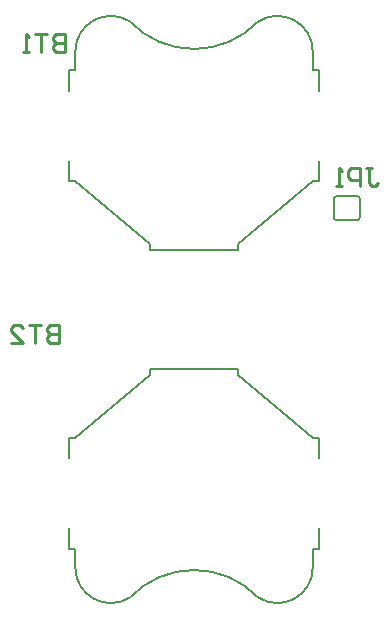
<source format=gbo>
G04*
G04 #@! TF.GenerationSoftware,Altium Limited,Altium Designer,23.9.2 (47)*
G04*
G04 Layer_Color=32896*
%FSLAX44Y44*%
%MOMM*%
G71*
G04*
G04 #@! TF.SameCoordinates,59006CB8-04EA-46C6-BC13-78CBB85C9A35*
G04*
G04*
G04 #@! TF.FilePolarity,Positive*
G04*
G01*
G75*
%ADD11C,0.2540*%
%ADD12C,0.2000*%
%ADD44C,0.1524*%
D11*
X44196Y244089D02*
Y228854D01*
X36579D01*
X34039Y231393D01*
Y233932D01*
X36579Y236472D01*
X44196D01*
X36579D01*
X34039Y239011D01*
Y241550D01*
X36579Y244089D01*
X44196D01*
X28961D02*
X18804D01*
X23883D01*
Y228854D01*
X3569D02*
X13726D01*
X3569Y239011D01*
Y241550D01*
X6108Y244089D01*
X11187D01*
X13726Y241550D01*
X304041Y376677D02*
X309120D01*
X306581D01*
Y363981D01*
X309120Y361442D01*
X311659D01*
X314198Y363981D01*
X298963Y361442D02*
Y376677D01*
X291345D01*
X288806Y374138D01*
Y369059D01*
X291345Y366520D01*
X298963D01*
X283728Y361442D02*
X278650D01*
X281189D01*
Y376677D01*
X283728Y374138D01*
X49524Y490218D02*
Y474982D01*
X41907D01*
X39367Y477522D01*
Y480061D01*
X41907Y482600D01*
X49524D01*
X41907D01*
X39367Y485139D01*
Y487678D01*
X41907Y490218D01*
X49524D01*
X34289D02*
X24132D01*
X29211D01*
Y474982D01*
X19054D02*
X13976D01*
X16515D01*
Y490218D01*
X19054Y487678D01*
D12*
X213013Y13374D02*
G03*
X104487Y13374I-54263J-51774D01*
G01*
X58250Y38600D02*
G03*
X104487Y13374I30000J0D01*
G01*
X213013D02*
G03*
X259250Y38600I16237J25226D01*
G01*
X104487Y500976D02*
G03*
X58250Y475750I-16237J-25226D01*
G01*
X259250D02*
G03*
X213013Y500976I-30000J0D01*
G01*
X104487Y500976D02*
G03*
X213013Y500976I54263J51774D01*
G01*
X53250Y54600D02*
Y72100D01*
X259250Y148600D02*
X264250D01*
X196183Y201520D02*
X259250Y148600D01*
X58250D02*
X121317Y201520D01*
X53250Y148600D02*
X58250D01*
X53250Y54600D02*
X58250D01*
Y38600D02*
Y54600D01*
X259250Y38600D02*
Y54600D01*
X264250D01*
X121250Y206600D02*
X196250D01*
Y201600D02*
Y206600D01*
X121250Y201600D02*
Y206600D01*
X53250Y131100D02*
Y148600D01*
X264250Y54600D02*
Y72100D01*
Y131100D02*
Y148600D01*
X53250Y365750D02*
Y383250D01*
Y442250D02*
Y459750D01*
X264250Y365750D02*
Y383250D01*
X196250Y307750D02*
Y312750D01*
X121250Y307750D02*
Y312750D01*
Y307750D02*
X196250D01*
X53250Y459750D02*
X58250D01*
Y475750D01*
X259250Y459750D02*
Y475750D01*
Y459750D02*
X264250D01*
X259250Y365750D02*
X264250D01*
X196183Y312830D02*
X259250Y365750D01*
X58250D02*
X121317Y312830D01*
X53250Y365750D02*
X58250D01*
X264250Y442250D02*
Y459750D01*
D44*
X299212Y350520D02*
G03*
X296672Y353060I-2540J0D01*
G01*
X279400D02*
G03*
X276860Y350520I0J-2540D01*
G01*
Y335280D02*
G03*
X279400Y332740I2540J0D01*
G01*
X296672D02*
G03*
X299212Y335280I0J2540D01*
G01*
X279400Y332740D02*
X296672D01*
X276860Y335280D02*
Y350520D01*
X299212Y335280D02*
Y350520D01*
X279400Y353060D02*
X296672D01*
M02*

</source>
